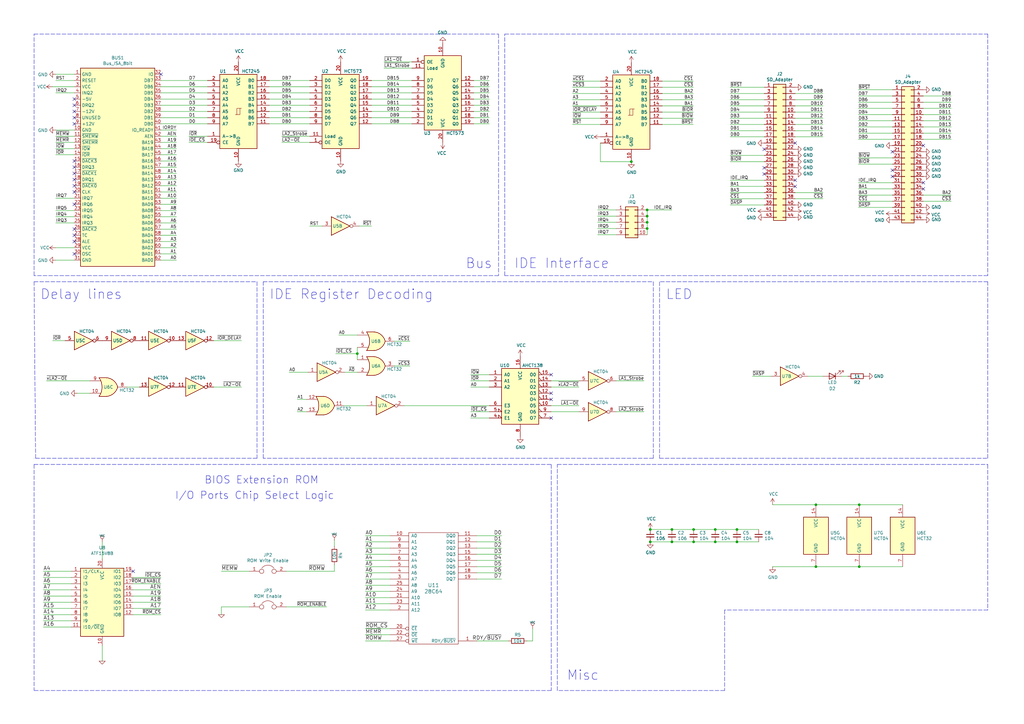
<source format=kicad_sch>
(kicad_sch (version 20211123) (generator eeschema)
  (paper "A3")
  (title_block (title "Micro XTSSD") (date "2022-01-09") (rev "1.0") (company "Aitor Gómez García (spark2k06)") (comment 3 "https://github.com/monotech/XT-IDE-Deluxe") (comment 4 "Based on Monotech PCs XT-IDE Deluxe"))
  (junction (at 284.48 222.25))
  (junction (at 265.43 86.106))
  (junction (at 352.425 232.41))
  (junction (at 275.59 217.17))
  (junction (at 302.26 222.25))
  (junction (at 265.43 88.646))
  (junction (at 146.558 145.034))
  (junction (at 334.645 232.41))
  (junction (at 265.43 93.726))
  (junction (at 293.37 217.17))
  (junction (at 302.26 217.17))
  (junction (at 265.43 91.186))
  (junction (at 266.7 222.25))
  (junction (at 275.59 222.25))
  (junction (at 258.953 66.294))
  (junction (at 352.425 207.01))
  (junction (at 284.48 217.17))
  (junction (at 266.7 217.17))
  (junction (at 293.37 222.25))
  (junction (at 334.645 207.01))
  (no_connect (at 30.48 43.18))
  (no_connect (at 226.06 153.67))
  (no_connect (at 378.714 77.47))
  (no_connect (at 30.48 68.58))
  (no_connect (at 30.48 50.8))
  (no_connect (at 30.48 48.26))
  (no_connect (at 30.48 71.12))
  (no_connect (at 366.014 72.39))
  (no_connect (at 54.61 234.315))
  (no_connect (at 378.714 74.93))
  (no_connect (at 226.06 161.29))
  (no_connect (at 226.06 171.45))
  (no_connect (at 66.04 30.48))
  (no_connect (at 30.48 78.74))
  (no_connect (at 326.136 58.674))
  (no_connect (at 313.436 61.214))
  (no_connect (at 30.48 40.64))
  (no_connect (at 30.48 66.04))
  (no_connect (at 226.06 163.83))
  (no_connect (at 366.014 69.85))
  (no_connect (at 326.136 76.454))
  (no_connect (at 378.714 59.69))
  (no_connect (at 313.436 68.834))
  (no_connect (at 313.436 71.374))
  (no_connect (at 30.48 73.66))
  (no_connect (at 30.48 99.06))
  (no_connect (at 30.48 104.14))
  (no_connect (at 366.014 62.23))
  (no_connect (at 30.48 76.2))
  (no_connect (at 30.48 45.72))
  (no_connect (at 30.48 93.98))
  (no_connect (at 30.48 96.52))
  (no_connect (at 30.48 83.82))
  (no_connect (at 326.136 73.914))
  (wire (pts (xy 299.466 78.994) (xy 313.436 78.994)))
  (wire (pts (xy 29.21 236.855) (xy 17.78 236.855)))
  (wire (pts (xy 313.436 35.814) (xy 299.466 35.814)))
  (wire (pts (xy 299.466 81.534) (xy 313.436 81.534)))
  (wire (pts (xy 265.43 96.266) (xy 265.43 93.726)))
  (polyline (pts (xy 186.69 187.96) (xy 107.95 187.96)))
  (wire (pts (xy 195.58 222.25) (xy 205.74 222.25)))
  (wire (pts (xy 352.044 82.55) (xy 366.014 82.55)))
  (wire (pts (xy 326.136 78.994) (xy 337.566 78.994)))
  (wire (pts (xy 195.58 227.33) (xy 205.74 227.33)))
  (polyline (pts (xy 14.605 187.96) (xy 13.97 115.57)))
  (wire (pts (xy 99.06 158.75) (xy 87.63 158.75)))
  (wire (pts (xy 54.61 239.395) (xy 66.04 239.395)))
  (wire (pts (xy 390.144 54.61) (xy 378.714 54.61)))
  (wire (pts (xy 168.91 27.94) (xy 157.48 27.94)))
  (polyline (pts (xy 105.41 115.57) (xy 105.41 187.96)))
  (wire (pts (xy 378.714 49.53) (xy 390.144 49.53)))
  (wire (pts (xy 352.044 85.09) (xy 366.014 85.09)))
  (wire (pts (xy 200.66 168.91) (xy 193.04 168.91)))
  (wire (pts (xy 29.21 241.935) (xy 17.78 241.935)))
  (wire (pts (xy 316.865 232.41) (xy 334.645 232.41)))
  (wire (pts (xy 390.144 82.55) (xy 378.714 82.55)))
  (wire (pts (xy 331.47 154.305) (xy 337.566 154.305)))
  (wire (pts (xy 271.653 40.894) (xy 284.353 40.894)))
  (wire (pts (xy 146.558 145.034) (xy 137.668 145.034)))
  (wire (pts (xy 271.653 51.054) (xy 284.353 51.054)))
  (wire (pts (xy 160.02 222.25) (xy 149.86 222.25)))
  (wire (pts (xy 110.49 38.1) (xy 127 38.1)))
  (polyline (pts (xy 13.97 113.03) (xy 13.97 13.97)))
  (wire (pts (xy 366.014 67.31) (xy 352.044 67.31)))
  (polyline (pts (xy 107.95 187.96) (xy 107.95 115.57)))
  (wire (pts (xy 160.02 229.87) (xy 149.86 229.87)))
  (wire (pts (xy 30.48 91.44) (xy 22.86 91.44)))
  (wire (pts (xy 200.66 171.45) (xy 193.04 171.45)))
  (wire (pts (xy 245.11 96.266) (xy 252.73 96.266)))
  (wire (pts (xy 160.02 227.33) (xy 149.86 227.33)))
  (wire (pts (xy 313.436 76.454) (xy 299.466 76.454)))
  (wire (pts (xy 352.425 207.01) (xy 370.205 207.01)))
  (wire (pts (xy 160.02 262.89) (xy 149.86 262.89)))
  (wire (pts (xy 29.21 247.015) (xy 17.78 247.015)))
  (wire (pts (xy 168.91 48.26) (xy 152.4 48.26)))
  (polyline (pts (xy 13.97 115.57) (xy 105.41 115.57)))
  (wire (pts (xy 54.61 244.475) (xy 66.04 244.475)))
  (wire (pts (xy 66.04 91.44) (xy 72.39 91.44)))
  (wire (pts (xy 337.566 81.534) (xy 326.136 81.534)))
  (wire (pts (xy 160.02 257.81) (xy 149.86 257.81)))
  (wire (pts (xy 85.09 43.18) (xy 66.04 43.18)))
  (wire (pts (xy 271.653 38.354) (xy 284.353 38.354)))
  (wire (pts (xy 160.02 260.35) (xy 149.86 260.35)))
  (wire (pts (xy 110.49 50.8) (xy 127 50.8)))
  (wire (pts (xy 234.823 38.354) (xy 246.253 38.354)))
  (wire (pts (xy 366.014 77.47) (xy 352.044 77.47)))
  (wire (pts (xy 194.31 33.02) (xy 200.66 33.02)))
  (wire (pts (xy 390.144 44.45) (xy 378.714 44.45)))
  (wire (pts (xy 22.86 53.34) (xy 30.48 53.34)))
  (wire (pts (xy 140.97 166.37) (xy 150.495 166.37)))
  (wire (pts (xy 345.186 154.305) (xy 347.726 154.305)))
  (wire (pts (xy 30.48 58.42) (xy 22.86 58.42)))
  (wire (pts (xy 66.04 76.2) (xy 72.39 76.2)))
  (wire (pts (xy 337.566 56.134) (xy 326.136 56.134)))
  (wire (pts (xy 110.49 35.56) (xy 127 35.56)))
  (polyline (pts (xy 405.13 115.57) (xy 270.51 115.57)))
  (wire (pts (xy 271.653 45.974) (xy 284.353 45.974)))
  (wire (pts (xy 66.04 50.8) (xy 85.09 50.8)))
  (wire (pts (xy 337.566 43.434) (xy 326.136 43.434)))
  (wire (pts (xy 218.44 262.89) (xy 218.44 257.81)))
  (wire (pts (xy 127 58.42) (xy 115.57 58.42)))
  (wire (pts (xy 66.04 63.5) (xy 72.39 63.5)))
  (wire (pts (xy 226.06 168.91) (xy 237.49 168.91)))
  (wire (pts (xy 30.48 88.9) (xy 22.86 88.9)))
  (wire (pts (xy 284.353 33.274) (xy 271.653 33.274)))
  (wire (pts (xy 30.48 86.36) (xy 22.86 86.36)))
  (wire (pts (xy 125.73 168.91) (xy 121.92 168.91)))
  (wire (pts (xy 265.43 91.186) (xy 265.43 88.646)))
  (polyline (pts (xy 297.18 283.21) (xy 228.6 283.21)))
  (wire (pts (xy 168.91 43.18) (xy 152.4 43.18)))
  (polyline (pts (xy 267.97 115.57) (xy 267.97 187.96)))
  (wire (pts (xy 160.02 224.79) (xy 149.86 224.79)))
  (wire (pts (xy 390.144 52.07) (xy 378.714 52.07)))
  (wire (pts (xy 284.48 217.17) (xy 293.37 217.17)))
  (wire (pts (xy 146.558 147.574) (xy 146.558 145.034)))
  (wire (pts (xy 66.04 68.58) (xy 72.39 68.58)))
  (wire (pts (xy 168.91 25.4) (xy 157.48 25.4)))
  (wire (pts (xy 378.714 39.37) (xy 390.144 39.37)))
  (wire (pts (xy 302.26 217.17) (xy 311.15 217.17)))
  (wire (pts (xy 334.645 232.41) (xy 352.425 232.41)))
  (wire (pts (xy 271.653 48.514) (xy 284.353 48.514)))
  (wire (pts (xy 117.475 248.92) (xy 133.985 248.92)))
  (wire (pts (xy 30.48 30.48) (xy 22.86 30.48)))
  (wire (pts (xy 165.735 166.37) (xy 200.66 166.37)))
  (wire (pts (xy 352.425 232.41) (xy 370.205 232.41)))
  (wire (pts (xy 66.04 101.6) (xy 72.39 101.6)))
  (wire (pts (xy 161.798 150.114) (xy 168.148 150.114)))
  (wire (pts (xy 161.798 139.954) (xy 168.148 139.954)))
  (wire (pts (xy 299.466 45.974) (xy 313.436 45.974)))
  (polyline (pts (xy 270.51 187.96) (xy 405.13 187.96)))
  (wire (pts (xy 200.66 45.72) (xy 194.31 45.72)))
  (wire (pts (xy 137.16 221.615) (xy 137.16 224.028)))
  (wire (pts (xy 87.63 139.7) (xy 99.06 139.7)))
  (wire (pts (xy 66.04 40.64) (xy 85.09 40.64)))
  (wire (pts (xy 41.91 264.795) (xy 41.91 271.145)))
  (wire (pts (xy 337.566 40.894) (xy 326.136 40.894)))
  (wire (pts (xy 234.823 40.894) (xy 246.253 40.894)))
  (wire (pts (xy 152.4 92.71) (xy 147.32 92.71)))
  (wire (pts (xy 29.21 249.555) (xy 17.78 249.555)))
  (wire (pts (xy 19.05 156.21) (xy 36.83 156.21)))
  (wire (pts (xy 200.66 35.56) (xy 194.31 35.56)))
  (wire (pts (xy 66.04 83.82) (xy 72.39 83.82)))
  (wire (pts (xy 245.11 93.726) (xy 252.73 93.726)))
  (wire (pts (xy 195.58 219.71) (xy 205.74 219.71)))
  (wire (pts (xy 30.48 81.28) (xy 22.86 81.28)))
  (wire (pts (xy 66.04 106.68) (xy 72.39 106.68)))
  (wire (pts (xy 31.75 161.29) (xy 36.83 161.29)))
  (wire (pts (xy 160.02 247.65) (xy 149.86 247.65)))
  (wire (pts (xy 168.91 38.1) (xy 152.4 38.1)))
  (wire (pts (xy 29.21 239.395) (xy 17.78 239.395)))
  (wire (pts (xy 52.07 158.75) (xy 57.15 158.75)))
  (wire (pts (xy 390.144 46.99) (xy 378.714 46.99)))
  (wire (pts (xy 66.04 55.88) (xy 72.39 55.88)))
  (wire (pts (xy 152.4 40.64) (xy 168.91 40.64)))
  (wire (pts (xy 313.436 63.754) (xy 299.466 63.754)))
  (polyline (pts (xy 270.51 115.57) (xy 270.51 187.96)))
  (wire (pts (xy 30.48 63.5) (xy 22.86 63.5)))
  (polyline (pts (xy 228.6 283.21) (xy 228.6 190.5)))
  (wire (pts (xy 246.253 66.294) (xy 246.253 58.674)))
  (polyline (pts (xy 13.97 13.97) (xy 204.47 13.97)))
  (wire (pts (xy 66.04 38.1) (xy 85.09 38.1)))
  (wire (pts (xy 195.58 229.87) (xy 205.74 229.87)))
  (wire (pts (xy 146.558 142.494) (xy 146.558 145.034)))
  (wire (pts (xy 127 92.71) (xy 132.08 92.71)))
  (wire (pts (xy 313.436 73.914) (xy 299.466 73.914)))
  (wire (pts (xy 390.144 57.15) (xy 378.714 57.15)))
  (wire (pts (xy 246.253 43.434) (xy 234.823 43.434)))
  (wire (pts (xy 152.4 50.8) (xy 168.91 50.8)))
  (wire (pts (xy 366.014 49.53) (xy 352.044 49.53)))
  (wire (pts (xy 302.26 222.25) (xy 311.15 222.25)))
  (polyline (pts (xy 13.97 190.5) (xy 13.97 283.21)))
  (wire (pts (xy 245.11 88.646) (xy 252.73 88.646)))
  (wire (pts (xy 352.044 52.07) (xy 366.014 52.07)))
  (wire (pts (xy 337.566 45.974) (xy 326.136 45.974)))
  (wire (pts (xy 352.044 46.99) (xy 366.014 46.99)))
  (wire (pts (xy 168.91 33.02) (xy 152.4 33.02)))
  (wire (pts (xy 337.566 53.594) (xy 326.136 53.594)))
  (polyline (pts (xy 13.97 190.5) (xy 226.06 190.5)))
  (wire (pts (xy 54.61 241.935) (xy 66.04 241.935)))
  (wire (pts (xy 245.11 91.186) (xy 252.73 91.186)))
  (wire (pts (xy 299.466 40.894) (xy 313.436 40.894)))
  (wire (pts (xy 366.014 39.37) (xy 352.044 39.37)))
  (wire (pts (xy 313.436 48.514) (xy 299.466 48.514)))
  (wire (pts (xy 54.61 236.855) (xy 66.04 236.855)))
  (polyline (pts (xy 405.13 187.96) (xy 405.13 115.57)))
  (wire (pts (xy 252.73 86.106) (xy 245.11 86.106)))
  (wire (pts (xy 200.66 48.26) (xy 194.31 48.26)))
  (wire (pts (xy 29.21 254.635) (xy 17.78 254.635)))
  (wire (pts (xy 252.73 168.91) (xy 264.16 168.91)))
  (wire (pts (xy 326.136 48.514) (xy 337.566 48.514)))
  (wire (pts (xy 110.49 45.72) (xy 127 45.72)))
  (wire (pts (xy 265.43 93.726) (xy 265.43 91.186)))
  (wire (pts (xy 127 33.02) (xy 110.49 33.02)))
  (wire (pts (xy 160.02 242.57) (xy 149.86 242.57)))
  (wire (pts (xy 293.37 217.17) (xy 302.26 217.17)))
  (wire (pts (xy 66.04 73.66) (xy 72.39 73.66)))
  (wire (pts (xy 66.04 58.42) (xy 72.39 58.42)))
  (wire (pts (xy 378.714 80.01) (xy 390.144 80.01)))
  (wire (pts (xy 66.04 93.98) (xy 72.39 93.98)))
  (wire (pts (xy 258.953 66.294) (xy 246.253 66.294)))
  (wire (pts (xy 275.59 222.25) (xy 266.7 222.25)))
  (wire (pts (xy 21.59 139.7) (xy 26.67 139.7)))
  (wire (pts (xy 66.04 53.34) (xy 72.39 53.34)))
  (polyline (pts (xy 405.13 113.03) (xy 207.01 113.03)))
  (wire (pts (xy 246.253 33.274) (xy 234.823 33.274)))
  (wire (pts (xy 252.73 156.21) (xy 264.16 156.21)))
  (wire (pts (xy 30.48 55.88) (xy 22.86 55.88)))
  (polyline (pts (xy 204.47 13.97) (xy 204.47 113.03)))
  (wire (pts (xy 146.558 137.414) (xy 138.938 137.414)))
  (wire (pts (xy 366.014 74.93) (xy 352.044 74.93)))
  (wire (pts (xy 66.04 86.36) (xy 72.39 86.36)))
  (wire (pts (xy 160.02 232.41) (xy 149.86 232.41)))
  (polyline (pts (xy 207.01 13.97) (xy 405.13 13.97)))
  (wire (pts (xy 299.466 53.594) (xy 313.436 53.594)))
  (wire (pts (xy 66.04 60.96) (xy 72.39 60.96)))
  (wire (pts (xy 29.21 257.175) (xy 17.78 257.175)))
  (wire (pts (xy 30.48 60.96) (xy 22.86 60.96)))
  (wire (pts (xy 160.02 250.19) (xy 149.86 250.19)))
  (wire (pts (xy 66.04 99.06) (xy 72.39 99.06)))
  (wire (pts (xy 66.04 81.28) (xy 72.39 81.28)))
  (polyline (pts (xy 228.6 190.5) (xy 405.13 190.5)))
  (wire (pts (xy 66.04 71.12) (xy 72.39 71.12)))
  (wire (pts (xy 237.49 156.21) (xy 226.06 156.21)))
  (wire (pts (xy 85.09 55.88) (xy 77.47 55.88)))
  (wire (pts (xy 102.235 234.315) (xy 90.805 234.315)))
  (wire (pts (xy 66.04 78.74) (xy 72.39 78.74)))
  (wire (pts (xy 168.91 35.56) (xy 152.4 35.56)))
  (wire (pts (xy 284.48 222.25) (xy 293.37 222.25)))
  (wire (pts (xy 160.02 219.71) (xy 149.86 219.71)))
  (wire (pts (xy 234.823 48.514) (xy 246.253 48.514)))
  (wire (pts (xy 117.475 234.315) (xy 137.16 234.315)))
  (wire (pts (xy 160.02 240.03) (xy 149.86 240.03)))
  (wire (pts (xy 337.566 51.054) (xy 326.136 51.054)))
  (wire (pts (xy 30.48 106.68) (xy 22.86 106.68)))
  (wire (pts (xy 366.014 64.77) (xy 352.044 64.77)))
  (wire (pts (xy 21.59 35.56) (xy 30.48 35.56)))
  (wire (pts (xy 90.805 252.095) (xy 90.805 248.92)))
  (wire (pts (xy 200.66 40.64) (xy 194.31 40.64)))
  (wire (pts (xy 66.04 88.9) (xy 72.39 88.9)))
  (wire (pts (xy 226.06 166.37) (xy 237.49 166.37)))
  (wire (pts (xy 66.04 96.52) (xy 72.39 96.52)))
  (wire (pts (xy 125.73 163.83) (xy 121.92 163.83)))
  (wire (pts (xy 352.044 57.15) (xy 366.014 57.15)))
  (wire (pts (xy 284.353 43.434) (xy 271.653 43.434)))
  (wire (pts (xy 234.823 51.054) (xy 246.253 51.054)))
  (wire (pts (xy 54.61 249.555) (xy 66.04 249.555)))
  (wire (pts (xy 54.61 247.015) (xy 66.04 247.015)))
  (wire (pts (xy 195.58 262.89) (xy 208.534 262.89)))
  (wire (pts (xy 299.466 56.134) (xy 313.436 56.134)))
  (wire (pts (xy 127 43.18) (xy 110.49 43.18)))
  (wire (pts (xy 66.04 35.56) (xy 85.09 35.56)))
  (polyline (pts (xy 405.13 250.19) (xy 297.18 250.19)))
  (wire (pts (xy 85.09 58.42) (xy 77.47 58.42)))
  (wire (pts (xy 390.144 41.91) (xy 378.714 41.91)))
  (wire (pts (xy 160.02 245.11) (xy 149.86 245.11)))
  (wire (pts (xy 352.044 54.61) (xy 366.014 54.61)))
  (wire (pts (xy 160.02 234.95) (xy 149.86 234.95)))
  (wire (pts (xy 200.66 156.21) (xy 193.04 156.21)))
  (wire (pts (xy 66.04 48.26) (xy 85.09 48.26)))
  (wire (pts (xy 110.49 48.26) (xy 127 48.26)))
  (wire (pts (xy 102.235 248.92) (xy 90.805 248.92)))
  (wire (pts (xy 313.436 66.294) (xy 299.466 66.294)))
  (wire (pts (xy 66.04 104.14) (xy 72.39 104.14)))
  (wire (pts (xy 118.618 152.654) (xy 126.238 152.654)))
  (wire (pts (xy 195.58 234.95) (xy 205.74 234.95)))
  (wire (pts (xy 29.21 244.475) (xy 17.78 244.475)))
  (wire (pts (xy 22.86 101.6) (xy 30.48 101.6)))
  (wire (pts (xy 275.59 217.17) (xy 284.48 217.17)))
  (wire (pts (xy 195.58 237.49) (xy 205.74 237.49)))
  (wire (pts (xy 316.865 207.01) (xy 334.645 207.01)))
  (wire (pts (xy 265.43 86.106) (xy 275.59 86.106)))
  (wire (pts (xy 160.02 237.49) (xy 149.86 237.49)))
  (wire (pts (xy 66.04 66.04) (xy 72.39 66.04)))
  (wire (pts (xy 352.044 41.91) (xy 366.014 41.91)))
  (wire (pts (xy 54.61 252.095) (xy 66.04 252.095)))
  (polyline (pts (xy 207.01 113.03) (xy 207.01 13.97)))
  (wire (pts (xy 41.91 229.235) (xy 41.91 222.25)))
  (wire (pts (xy 226.06 158.75) (xy 237.49 158.75)))
  (wire (pts (xy 30.48 38.1) (xy 22.86 38.1)))
  (wire (pts (xy 127 55.88) (xy 115.57 55.88)))
  (wire (pts (xy 168.91 45.72) (xy 152.4 45.72)))
  (wire (pts (xy 29.21 252.095) (xy 17.78 252.095)))
  (wire (pts (xy 334.645 207.01) (xy 352.425 207.01)))
  (wire (pts (xy 200.66 38.1) (xy 194.31 38.1)))
  (wire (pts (xy 293.37 222.25) (xy 302.26 222.25)))
  (polyline (pts (xy 267.97 187.96) (xy 186.69 187.96)))
  (wire (pts (xy 366.014 36.83) (xy 352.044 36.83)))
  (polyline (pts (xy 105.41 187.96) (xy 13.97 187.96)))
  (wire (pts (xy 265.43 88.646) (xy 265.43 86.106)))
  (wire (pts (xy 141.478 152.654) (xy 146.558 152.654)))
  (polyline (pts (xy 204.47 113.03) (xy 13.97 113.03)))
  (wire (pts (xy 195.58 232.41) (xy 205.74 232.41)))
  (wire (pts (xy 200.66 153.67) (xy 193.04 153.67)))
  (wire (pts (xy 110.49 40.64) (xy 127 40.64)))
  (wire (pts (xy 200.66 158.75) (xy 193.04 158.75)))
  (wire (pts (xy 299.466 84.074) (xy 313.436 84.074)))
  (wire (pts (xy 194.31 43.18) (xy 200.66 43.18)))
  (wire (pts (xy 137.16 231.648) (xy 137.16 234.315)))
  (wire (pts (xy 66.04 45.72) (xy 85.09 45.72)))
  (wire (pts (xy 326.136 38.354) (xy 337.566 38.354)))
  (wire (pts (xy 271.653 35.814) (xy 284.353 35.814)))
  (wire (pts (xy 275.59 222.25) (xy 284.48 222.25)))
  (polyline (pts (xy 405.13 190.5) (xy 405.13 250.19)))
  (wire (pts (xy 234.823 35.814) (xy 246.253 35.814)))
  (wire (pts (xy 85.09 33.02) (xy 66.04 33.02)))
  (wire (pts (xy 195.58 224.79) (xy 205.74 224.79)))
  (wire (pts (xy 352.044 80.01) (xy 366.014 80.01)))
  (wire (pts (xy 29.21 234.315) (xy 17.78 234.315)))
  (wire (pts (xy 299.466 43.434) (xy 313.436 43.434)))
  (wire (pts (xy 200.66 50.8) (xy 194.31 50.8)))
  (wire (pts (xy 266.7 217.17) (xy 275.59 217.17)))
  (polyline (pts (xy 107.95 115.57) (xy 267.97 115.57)))
  (polyline (pts (xy 297.18 250.19) (xy 297.18 283.21)))
  (polyline (pts (xy 405.13 13.97) (xy 405.13 113.03)))
  (wire (pts (xy 216.154 262.89) (xy 218.44 262.89)))
  (wire (pts (xy 30.48 33.02) (xy 22.86 33.02)))
  (polyline (pts (xy 226.06 190.5) (xy 226.06 283.21)))
  (wire (pts (xy 313.436 38.354) (xy 299.466 38.354)))
  (polyline (pts (xy 226.06 283.21) (xy 13.97 283.21)))
  (wire (pts (xy 308.61 154.305) (xy 316.23 154.305)))
  (wire (pts (xy 352.044 44.45) (xy 366.014 44.45)))
  (wire (pts (xy 234.823 45.974) (xy 246.253 45.974)))
  (wire (pts (xy 299.466 51.054) (xy 313.436 51.054)))
  (text "Delay lines" (at 16.51 123.19 0) (effects (font (size 3.9878 3.9878)) (justify left bottom)))
  (text "IDE Interface" (at 210.82 110.49 0) (effects (font (size 3.9878 3.9878)) (justify left bottom)))
  (text "BIOS Extension ROM" (at 83.82 198.755 0) (effects (font (size 3.048 3.048)) (justify left bottom)))
  (text "LED" (at 273.05 123.19 0) (effects (font (size 3.9878 3.9878)) (justify left bottom)))
  (text "IDE Register Decoding" (at 110.49 123.19 0) (effects (font (size 3.9878 3.9878)) (justify left bottom)))
  (text "I/O Ports Chip Select Logic" (at 71.755 205.105 0) (effects (font (size 3.048 3.048)) (justify left bottom)))
  (text "Misc" (at 232.41 279.4 0) (effects (font (size 3.9878 3.9878)) (justify left bottom)))
  (text "Bus" (at 201.93 110.49 180) (effects (font (size 3.9878 3.9878)) (justify right bottom)))
  (label "A11" (at 72.39 78.74 180))
  (label "~{IDE_CS}" (at 137.668 145.034 0))
  (label "D6" (at 77.47 35.56 0))
  (label "~{BIOW}" (at 299.466 63.754 0))
  (label "BA1" (at 352.044 77.47 0))
  (label "~{CS3}" (at 284.353 35.814 180))
  (label "AEN" (at 72.39 55.88 180))
  (label "DB6" (at 200.66 35.56 180))
  (label "DB4" (at 299.466 45.974 0))
  (label "BA3" (at 284.353 40.894 180))
  (label "DB12" (at 390.144 49.53 180))
  (label "A10" (at 149.86 245.11 0) (effects (font (size 1.524 1.524))))
  (label "A1" (at 121.92 163.83 0))
  (label "DB3" (at 115.57 43.18 0))
  (label "DB2" (at 299.466 51.054 0))
  (label "IRQ5" (at 245.11 93.726 0))
  (label "A14" (at 17.78 252.095 0) (effects (font (size 1.524 1.524))))
  (label "~{BIOR}" (at 299.466 66.294 0))
  (label "DB10" (at 337.566 43.434 180))
  (label "~{xCS1}" (at 168.148 139.954 180))
  (label "A5" (at 149.86 232.41 0) (effects (font (size 1.524 1.524))))
  (label "DB10" (at 163.83 45.72 180))
  (label "DB0" (at 200.66 50.8 180))
  (label "~{ROM_ENABLE}" (at 66.04 239.395 180))
  (label "RST" (at 22.86 33.02 0))
  (label "DB15" (at 163.83 33.02 180))
  (label "A2" (at 121.92 168.91 0))
  (label "A19" (at 72.39 58.42 180))
  (label "~{xCS3}" (at 168.148 150.114 180))
  (label "~{IDE_CS}" (at 77.47 58.42 0))
  (label "A15" (at 17.78 249.555 0) (effects (font (size 1.524 1.524))))
  (label "A15" (at 72.39 68.58 180))
  (label "IDE_IRQ" (at 299.466 73.914 0))
  (label "~{LA2_Strobe}" (at 264.16 168.91 180))
  (label "DB1" (at 299.466 53.594 0))
  (label "A17" (at 66.04 249.555 180) (effects (font (size 1.524 1.524))))
  (label "IRQ2" (at 22.86 38.1 0))
  (label "~{ROMW}" (at 133.35 234.315 180) (effects (font (size 1.524 1.524))))
  (label "IDE_IRQ" (at 352.044 74.93 0))
  (label "A13" (at 72.39 73.66 180))
  (label "~{DASP}" (at 299.466 84.074 0))
  (label "~{LA2-OE}" (at 115.57 58.42 0))
  (label "A14" (at 72.39 71.12 180))
  (label "A8" (at 17.78 244.475 0) (effects (font (size 1.524 1.524))))
  (label "DB7" (at 299.466 38.354 0))
  (label "~{LA1-OE}" (at 237.49 166.37 180))
  (label "~{xCS1}" (at 234.823 33.274 0))
  (label "DB15" (at 390.144 57.15 180))
  (label "IRQ7" (at 245.11 96.266 0))
  (label "A1" (at 72.39 104.14 180))
  (label "DB13" (at 163.83 38.1 180))
  (label "A3" (at 193.04 171.45 0))
  (label "D5" (at 77.47 38.1 0))
  (label "DB3" (at 299.466 48.514 0))
  (label "~{IOR}" (at 77.47 55.88 0))
  (label "~{ROM_CS}" (at 66.04 252.095 180))
  (label "D7" (at 205.74 237.49 180) (effects (font (size 1.524 1.524))))
  (label "DB5" (at 200.66 38.1 180))
  (label "A13" (at 17.78 254.635 0) (effects (font (size 1.524 1.524))))
  (label "A16" (at 72.39 66.04 180))
  (label "D7" (at 77.47 33.02 0))
  (label "IRQ2" (at 245.11 86.106 0))
  (label "~{IOR}" (at 21.59 139.7 0))
  (label "~{IOW}" (at 22.86 60.96 0))
  (label "DB6" (at 299.466 40.894 0))
  (label "DB5" (at 115.57 38.1 0))
  (label "~{MEMR}" (at 149.86 260.35 0) (effects (font (size 1.524 1.524))))
  (label "BA2" (at 284.353 38.354 180))
  (label "~{MEMW}" (at 90.805 234.315 0) (effects (font (size 1.524 1.524))))
  (label "D1" (at 77.47 48.26 0))
  (label "DB9" (at 163.83 48.26 180))
  (label "DB1" (at 352.044 54.61 0))
  (label "DB9" (at 390.144 41.91 180))
  (label "DB14" (at 337.566 53.594 180))
  (label "D1" (at 205.74 222.25 180) (effects (font (size 1.524 1.524))))
  (label "~{LA1_Strobe}" (at 264.16 156.21 180))
  (label "A9" (at 72.39 83.82 180))
  (label "A4" (at 149.86 229.87 0) (effects (font (size 1.524 1.524))))
  (label "DB0" (at 115.57 50.8 0))
  (label "A3" (at 234.823 40.894 0))
  (label "DB14" (at 390.144 54.61 180))
  (label "DB2" (at 115.57 45.72 0))
  (label "~{LA1_Strobe}" (at 157.48 27.94 0))
  (label "D4" (at 205.74 229.87 180) (effects (font (size 1.524 1.524))))
  (label "DB3" (at 352.044 49.53 0))
  (label "RDY/~{BUSY}" (at 205.74 262.89 180) (effects (font (size 1.524 1.524))))
  (label "~{DASP}" (at 308.61 154.305 0))
  (label "DB15" (at 337.566 56.134 180))
  (label "DB13" (at 337.566 51.054 180))
  (label "A7" (at 17.78 241.935 0) (effects (font (size 1.524 1.524))))
  (label "~{MEMR}" (at 22.86 58.42 0))
  (label "DB11" (at 390.144 46.99 180))
  (label "IORDY" (at 72.39 53.34 180))
  (label "~{xLA2-OE}" (at 237.49 158.75 180))
  (label "D3" (at 77.47 43.18 0))
  (label "DB12" (at 337.566 48.514 180))
  (label "D4" (at 77.47 40.64 0))
  (label "A0" (at 193.04 158.75 0))
  (label "A10" (at 72.39 81.28 180))
  (label "~{ROM_ENABLE}" (at 133.985 248.92 180))
  (label "~{ROM_CS}" (at 149.86 257.81 0) (effects (font (size 1.524 1.524))))
  (label "DB7" (at 352.044 39.37 0))
  (label "~{xCS3}" (at 234.823 35.814 0))
  (label "DB2" (at 352.044 52.07 0))
  (label "A5" (at 72.39 93.98 180))
  (label "A3" (at 72.39 99.06 180))
  (label "D5" (at 205.74 232.41 180) (effects (font (size 1.524 1.524))))
  (label "~{CS3}" (at 390.144 82.55 180))
  (label "D2" (at 77.47 45.72 0))
  (label "A7" (at 149.86 237.49 0) (effects (font (size 1.524 1.524))))
  (label "IRQ5" (at 22.86 86.36 0))
  (label "~{IOR}" (at 193.04 156.21 0))
  (label "A1" (at 234.823 43.434 0))
  (label "DB13" (at 390.144 52.07 180))
  (label "DB12" (at 163.83 40.64 180))
  (label "A1" (at 149.86 222.25 0) (effects (font (size 1.524 1.524))))
  (label "~{BIOW}" (at 352.044 64.77 0))
  (label "A7" (at 72.39 88.9 180))
  (label "DB8" (at 337.566 38.354 180))
  (label "A0" (at 72.39 106.68 180))
  (label "BA3" (at 299.466 78.994 0))
  (label "A12" (at 72.39 76.2 180))
  (label "D3" (at 205.74 227.33 180) (effects (font (size 1.524 1.524))))
  (label "DB4" (at 352.044 46.99 0))
  (label "DB10" (at 390.144 44.45 180))
  (label "A2" (at 72.39 101.6 180))
  (label "IRQ4" (at 22.86 88.9 0))
  (label "~{IOW}" (at 193.04 153.67 0))
  (label "~{CS1}" (at 352.044 82.55 0))
  (label "DB9" (at 337.566 40.894 180))
  (label "DB4" (at 115.57 40.64 0))
  (label "IRQ3" (at 22.86 91.44 0))
  (label "~{LA1-OE}" (at 157.48 25.4 0))
  (label "A9" (at 149.86 242.57 0) (effects (font (size 1.524 1.524))))
  (label "DB8" (at 390.144 39.37 180))
  (label "~{RST}" (at 234.823 51.054 0))
  (label "A18" (at 66.04 247.015 180) (effects (font (size 1.524 1.524))))
  (label "~{A0}" (at 143.0123 152.654 0))
  (label "A17" (at 72.39 63.5 180))
  (label "D6" (at 205.74 234.95 180) (effects (font (size 1.524 1.524))))
  (label "DB1" (at 200.66 48.26 180))
  (label "D2" (at 205.74 224.79 180) (effects (font (size 1.524 1.524))))
  (label "A3" (at 149.86 227.33 0) (effects (font (size 1.524 1.524))))
  (label "DB7" (at 200.66 33.02 180))
  (label "A11" (at 149.86 247.65 0) (effects (font (size 1.524 1.524))))
  (label "AEN" (at 66.04 241.935 180) (effects (font (size 1.524 1.524))))
  (label "A0" (at 118.618 152.654 0))
  (label "DB14" (at 163.83 35.56 180))
  (label "~{IDE_CS}" (at 193.04 168.91 0))
  (label "BA3" (at 352.044 80.01 0))
  (label "IDE_IRQ" (at 275.59 86.106 180))
  (label "RST" (at 127 92.71 0))
  (label "A8" (at 72.39 86.36 180))
  (label "DB8" (at 163.83 50.8 180))
  (label "~{LA2_Strobe}" (at 115.57 55.88 0))
  (label "A8" (at 149.86 240.03 0) (effects (font (size 1.524 1.524))))
  (label "~{IOW}" (at 234.823 48.514 0))
  (label "~{CS3}" (at 337.566 81.534 180))
  (label "~{BRST}" (at 299.466 35.814 0))
  (label "~{BIOR}" (at 352.044 67.31 0))
  (label "IRQ3" (at 245.11 88.646 0))
  (label "~{IOR}" (at 22.86 63.5 0))
  (label "A4" (at 17.78 234.315 0) (effects (font (size 1.524 1.524))))
  (label "~{IOR_DELAY}" (at 99.06 139.7 180))
  (label "~{ROMW}" (at 149.86 262.89 0) (effects (font (size 1.524 1.524))))
  (label "A5" (at 17.78 236.855 0) (effects (font (size 1.524 1.524))))
  (label "A6" (at 17.78 239.395 0) (effects (font (size 1.524 1.524))))
  (label "DB4" (at 200.66 40.64 180))
  (label "~{BIOW}" (at 284.353 48.514 180))
  (label "~{CS1}" (at 299.466 81.534 0))
  (label "DB5" (at 299.466 43.434 0))
  (label "A4" (at 72.39 96.52 180))
  (label "~{MEMW}" (at 22.86 55.88 0))
  (label "~{IDE_CS}" (at 66.04 236.855 180))
  (label "D0" (at 205.74 219.71 180) (effects (font (size 1.524 1.524))))
  (label "DB0" (at 352.044 57.15 0))
  (label "~{CS1}" (at 284.353 33.274 180))
  (label "A18" (at 72.39 60.96 180))
  (label "~{BRST}" (at 284.353 51.054 180))
  (label "DB2" (at 200.66 45.72 180))
  (label "A0" (at 138.938 137.414 0))
  (label "~{BIOR}" (at 284.353 45.974 180))
  (label "DB11" (at 337.566 45.974 180))
  (label "A12" (at 149.86 250.19 0) (effects (font (size 1.524 1.524))))
  (label "~{BRST}" (at 352.044 36.83 0))
  (label "BA2" (at 337.566 78.994 180))
  (label "A2" (at 149.86 224.79 0) (effects (font (size 1.524 1.524))))
  (label "A6" (at 149.86 234.95 0) (effects (font (size 1.524 1.524))))
  (label "IRQ4" (at 245.11 91.186 0))
  (label "BA2" (at 390.144 80.01 180))
  (label "A6" (at 72.39 91.44 180))
  (label "A19" (at 66.04 244.475 180) (effects (font (size 1.524 1.524))))
  (label "~{LA2-OE}" (at 99.06 158.75 180))
  (label "~{RST}" (at 152.4 92.71 180))
  (label "IRQ7" (at 22.86 81.28 0))
  (label "A16" (at 17.78 257.175 0) (effects (font (size 1.524 1.524))))
  (label "~{IOR_DELAY}" (at 234.823 45.974 0))
  (label "A2" (at 234.823 38.354 0))
  (label "BA1" (at 299.466 76.454 0))
  (label "DB1" (at 115.57 48.26 0))
  (label "DB6" (at 352.044 41.91 0))
  (label "A0" (at 149.86 219.71 0) (effects (font (size 1.524 1.524))))
  (label "~{xLA2-OE}" (at 19.05 156.21 0))
  (label "DB3" (at 200.66 43.18 180))
  (label "DB7" (at 115.57 33.02 0))
  (label "D0" (at 77.47 50.8 0))
  (label "DB5" (at 352.044 44.45 0))
  (label "~{DASP}" (at 352.044 85.09 0))
  (label "A9" (at 17.78 247.015 0) (effects (font (size 1.524 1.524))))
  (label "DB6" (at 115.57 35.56 0))
  (label "DB0" (at 299.466 56.134 0))
  (label "DB11" (at 163.83 43.18 180))
  (label "BA1" (at 284.353 43.434 180))
  (symbol (lib_id "XT-IDE-Deluxe-rescue:Bus_ISA_8bit-Connector") (at 48.26 68.58 0) (unit 1)
    (property "Reference" "BUS1" (at 48.26 23.6982 0))
    (property "Value" "Bus_ISA_8bit" (at 48.26 26.0096 0))
    (property "Footprint" "Custom:ISA-8BIT-XT-IDE" (effects hide))
    (property "Datasheet" "https://en.wikipedia.org/wiki/Industry_Standard_Architecture" (effects hide))
  )
  (symbol (lib_id "74xx:74LS245") (at 97.79 45.72 0) (unit 1)
    (property "Reference" "U1" (at 91.44 29.21 0))
    (property "Value" "HCT245" (at 102.87 29.21 0))
    (property "Footprint" "Package_SO:TSSOP-20_4.4x6.5mm_P0.65mm" (effects hide))
    (property "Datasheet" "http://www.ti.com/lit/gpn/sn74LS245" (effects hide))
  )
  (symbol (lib_id "74xx:74LS245") (at 258.953 45.974 0) (unit 1)
    (property "Reference" "U4" (at 252.603 29.464 0))
    (property "Value" "HCT245" (at 264.033 29.464 0))
    (property "Footprint" "Package_SO:TSSOP-20_4.4x6.5mm_P0.65mm" (effects hide))
    (property "Datasheet" "http://www.ti.com/lit/gpn/sn74LS245" (effects hide))
  )
  (symbol (lib_id "74xx:74LS573") (at 139.7 45.72 0) (unit 1)
    (property "Reference" "U2" (at 133.35 29.21 0))
    (property "Value" "HCT573" (at 144.78 29.21 0))
    (property "Footprint" "Package_SO:SO-20_5.3x12.6mm_P1.27mm" (effects hide))
    (property "Datasheet" "74xx/74hc573.pdf" (effects hide))
  )
  (symbol (lib_id "74xx:74LS573") (at 181.61 38.1 0) (mirror x) (unit 1)
    (property "Reference" "U3" (at 175.26 54.61 0))
    (property "Value" "HCT573" (at 186.69 54.61 0))
    (property "Footprint" "Package_SO:SO-20_5.3x12.6mm_P1.27mm" (effects hide))
    (property "Datasheet" "74xx/74hc573.pdf" (effects hide))
  )
  (symbol (lib_id "74xx:74LS138") (at 213.36 161.29 0) (unit 1)
    (property "Reference" "U10" (at 207.01 149.86 0))
    (property "Value" "AHCT138" (at 218.44 149.86 0))
    (property "Footprint" "Package_SO:SOIC-16_3.9x9.9mm_P1.27mm" (effects hide))
    (property "Datasheet" "http://www.ti.com/lit/gpn/sn74LS138" (effects hide))
  )
  (symbol (lib_id "74xx:74LS32") (at 154.178 150.114 0) (unit 1)
    (property "Reference" "U6" (at 154.178 150.114 0))
    (property "Value" "HCT32" (at 161.798 151.384 0))
    (property "Footprint" "Package_SO:SOIC-14_3.9x8.7mm_P1.27mm" (effects hide))
    (property "Datasheet" "http://www.ti.com/lit/gpn/sn74LS32" (effects hide))
  )
  (symbol (lib_id "74xx:74LS32") (at 154.178 139.954 0) (unit 2)
    (property "Reference" "U6" (at 154.178 139.954 0))
    (property "Value" "HCT32" (at 161.798 141.224 0))
    (property "Footprint" "Package_SO:SOIC-14_3.9x8.7mm_P1.27mm" (effects hide))
    (property "Datasheet" "http://www.ti.com/lit/gpn/sn74LS32" (effects hide))
  )
  (symbol (lib_id "74xx:74LS04") (at 133.858 152.654 0) (unit 1)
    (property "Reference" "U5" (at 132.588 152.654 0))
    (property "Value" "HCT04" (at 135.128 148.844 0))
    (property "Footprint" "Package_SO:SOIC-14_3.9x8.7mm_P1.27mm" (effects hide))
    (property "Datasheet" "http://www.ti.com/lit/gpn/sn74LS04" (effects hide))
  )
  (symbol (lib_id "74xx:74LS04") (at 139.7 92.71 0) (unit 2)
    (property "Reference" "U5" (at 138.43 92.71 0))
    (property "Value" "HCT04" (at 140.97 88.9 0))
    (property "Footprint" "Package_SO:SOIC-14_3.9x8.7mm_P1.27mm" (effects hide))
    (property "Datasheet" "http://www.ti.com/lit/gpn/sn74LS04" (effects hide))
  )
  (symbol (lib_id "74xx:74LS04") (at 245.11 156.21 0) (unit 3)
    (property "Reference" "U7" (at 243.84 156.21 0))
    (property "Value" "HCT04" (at 246.38 152.4 0))
    (property "Footprint" "Package_SO:SOIC-14_3.9x8.7mm_P1.27mm" (effects hide))
    (property "Datasheet" "http://www.ti.com/lit/gpn/sn74LS04" (effects hide))
  )
  (symbol (lib_id "74xx:74LS04") (at 245.11 168.91 0) (unit 4)
    (property "Reference" "U7" (at 243.84 168.91 0))
    (property "Value" "HCT04" (at 246.38 165.1 0))
    (property "Footprint" "Package_SO:SOIC-14_3.9x8.7mm_P1.27mm" (effects hide))
    (property "Datasheet" "http://www.ti.com/lit/gpn/sn74LS04" (effects hide))
  )
  (symbol (lib_id "74xx:74LS04") (at 80.01 158.75 0) (unit 5)
    (property "Reference" "U7" (at 78.74 158.75 0))
    (property "Value" "HCT04" (at 81.28 154.94 0))
    (property "Footprint" "Package_SO:SOIC-14_3.9x8.7mm_P1.27mm" (effects hide))
    (property "Datasheet" "http://www.ti.com/lit/gpn/sn74LS04" (effects hide))
  )
  (symbol (lib_id "74xx:74LS04") (at 64.77 158.75 0) (unit 6)
    (property "Reference" "U7" (at 63.5 158.75 0))
    (property "Value" "HCT04" (at 66.04 154.94 0))
    (property "Footprint" "Package_SO:SOIC-14_3.9x8.7mm_P1.27mm" (effects hide))
    (property "Datasheet" "http://www.ti.com/lit/gpn/sn74LS04" (effects hide))
  )
  (symbol (lib_id "74xx:74LS04") (at 334.645 219.71 0) (unit 7)
    (property "Reference" "U5" (at 340.487 218.5416 0) (effects (justify left)))
    (property "Value" "HCT04" (at 340.487 220.853 0) (effects (justify left)))
    (property "Footprint" "Package_SO:SOIC-14_3.9x8.7mm_P1.27mm" (effects hide))
    (property "Datasheet" "http://www.ti.com/lit/gpn/sn74LS04" (effects hide))
  )
  (symbol (lib_id "power:GND") (at 213.36 179.07 0) (unit 1)
    (property "Reference" "#PWR038" (effects hide))
    (property "Value" "GND" (at 213.487 183.4642 0))
  )
  (symbol (lib_id "power:GND") (at 97.79 66.04 0) (unit 1)
    (property "Reference" "#PWR020" (effects hide))
    (property "Value" "GND" (at 97.79 69.85 0))
  )
  (symbol (lib_id "power:GND") (at 139.7 66.04 0) (unit 1)
    (property "Reference" "#PWR021" (effects hide))
    (property "Value" "GND" (at 139.827 70.4342 0))
  )
  (symbol (lib_id "power:GND") (at 181.61 17.78 180) (unit 1)
    (property "Reference" "#PWR022" (effects hide))
    (property "Value" "GND" (at 181.483 13.3858 0))
  )
  (symbol (lib_id "power:VCC") (at 97.79 25.4 0) (unit 1)
    (property "Reference" "#PWR01" (effects hide))
    (property "Value" "VCC" (at 98.2218 21.0058 0))
  )
  (symbol (lib_id "power:VCC") (at 139.7 25.4 0) (unit 1)
    (property "Reference" "#PWR02" (effects hide))
    (property "Value" "VCC" (at 140.1318 21.0058 0))
  )
  (symbol (lib_id "power:VCC") (at 181.61 58.42 180) (unit 1)
    (property "Reference" "#PWR03" (effects hide))
    (property "Value" "VCC" (at 181.1782 62.8142 0))
  )
  (symbol (lib_id "power:VCC") (at 213.36 146.05 0) (unit 1)
    (property "Reference" "#PWR036" (effects hide))
    (property "Value" "VCC" (at 213.7918 141.6558 0))
  )
  (symbol (lib_id "power:GND") (at 22.86 30.48 270) (unit 1)
    (property "Reference" "#PWR05" (effects hide))
    (property "Value" "GND" (at 19.6088 30.607 90) (effects (justify right)))
  )
  (symbol (lib_id "power:GND") (at 22.86 53.34 270) (unit 1)
    (property "Reference" "#PWR010" (effects hide))
    (property "Value" "GND" (at 19.6088 53.467 90) (effects (justify right)))
  )
  (symbol (lib_id "power:GND") (at 22.86 106.68 270) (unit 1)
    (property "Reference" "#PWR033" (effects hide))
    (property "Value" "GND" (at 19.6088 106.807 90) (effects (justify right)))
  )
  (symbol (lib_id "power:VCC") (at 21.59 35.56 90) (unit 1)
    (property "Reference" "#PWR08" (effects hide))
    (property "Value" "VCC" (at 19.05 35.56 90) (effects (justify left)))
  )
  (symbol (lib_id "power:VCC") (at 22.86 101.6 90) (unit 1)
    (property "Reference" "#PWR032" (effects hide))
    (property "Value" "VCC" (at 20.32 101.6 90) (effects (justify left)))
  )
  (symbol (lib_id "Device:C_Small") (at 284.48 219.71 0) (unit 1)
    (property "Reference" "C3" (at 286.8168 218.5416 0) (effects (justify left)))
    (property "Value" "104" (at 286.8168 220.853 0) (effects (justify left)))
    (property "Footprint" "Capacitor_SMD:C_0805_2012Metric" (effects hide))
  )
  (symbol (lib_id "power:GND") (at 313.436 58.674 270) (unit 1)
    (property "Reference" "#PWR013" (effects hide))
    (property "Value" "GND" (at 310.1848 58.801 90) (effects (justify right)))
  )
  (symbol (lib_id "power:GND") (at 326.136 61.214 90) (unit 1)
    (property "Reference" "#PWR015" (effects hide))
    (property "Value" "GND" (at 329.3872 61.087 90) (effects (justify right)))
  )
  (symbol (lib_id "power:GND") (at 326.136 63.754 90) (unit 1)
    (property "Reference" "#PWR017" (effects hide))
    (property "Value" "GND" (at 329.3872 63.627 90) (effects (justify right)))
  )
  (symbol (lib_id "power:GND") (at 326.136 66.294 90) (unit 1)
    (property "Reference" "#PWR019" (effects hide))
    (property "Value" "GND" (at 329.3872 66.167 90) (effects (justify right)))
  )
  (symbol (lib_id "power:GND") (at 326.136 71.374 90) (unit 1)
    (property "Reference" "#PWR029" (effects hide))
    (property "Value" "GND" (at 329.3872 71.247 90) (effects (justify right)))
  )
  (symbol (lib_id "power:GND") (at 326.136 84.074 90) (unit 1)
    (property "Reference" "#PWR031" (effects hide))
    (property "Value" "GND" (at 329.3872 83.947 90) (effects (justify right)))
  )
  (symbol (lib_id "power:GND") (at 326.136 35.814 90) (unit 1)
    (property "Reference" "#PWR07" (effects hide))
    (property "Value" "GND" (at 329.3872 35.687 90) (effects (justify right)))
  )
  (symbol (lib_id "power:GND") (at 326.136 68.834 90) (unit 1)
    (property "Reference" "#PWR025" (effects hide))
    (property "Value" "GND" (at 329.3872 68.707 90) (effects (justify right)))
  )
  (symbol (lib_id "power:VCC") (at 258.953 25.654 0) (unit 1)
    (property "Reference" "#PWR04" (effects hide))
    (property "Value" "VCC" (at 259.3848 21.2598 0))
  )
  (symbol (lib_id "power:GND") (at 258.953 66.294 0) (unit 1)
    (property "Reference" "#PWR023" (effects hide))
    (property "Value" "GND" (at 259.08 70.6882 0))
  )
  (symbol (lib_id "power:VCC") (at 246.253 56.134 90) (unit 1)
    (property "Reference" "#PWR011" (effects hide))
    (property "Value" "VCC" (at 243.713 56.134 90) (effects (justify left)))
  )
  (symbol (lib_id "74xx:74LS04") (at 323.85 154.305 0) (unit 2)
    (property "Reference" "U7" (at 322.58 154.305 0))
    (property "Value" "HCT04" (at 325.12 150.495 0))
    (property "Footprint" "Package_SO:SOIC-14_3.9x8.7mm_P1.27mm" (effects hide))
    (property "Datasheet" "http://www.ti.com/lit/gpn/sn74LS04" (effects hide))
  )
  (symbol (lib_id "74xx:74LS04") (at 34.29 139.7 0) (unit 3)
    (property "Reference" "U5" (at 33.02 139.7 0))
    (property "Value" "HCT04" (at 35.56 135.89 0))
    (property "Footprint" "Package_SO:SOIC-14_3.9x8.7mm_P1.27mm" (effects hide))
    (property "Datasheet" "http://www.ti.com/lit/gpn/sn74LS04" (effects hide))
  )
  (symbol (lib_id "74xx:74LS04") (at 49.53 139.7 0) (unit 4)
    (property "Reference" "U5" (at 48.26 139.7 0))
    (property "Value" "HCT04" (at 50.8 135.89 0))
    (property "Footprint" "Package_SO:SOIC-14_3.9x8.7mm_P1.27mm" (effects hide))
    (property "Datasheet" "http://www.ti.com/lit/gpn/sn74LS04" (effects hide))
  )
  (symbol (lib_id "74xx:74LS04") (at 64.77 139.7 0) (unit 5)
    (property "Reference" "U5" (at 63.5 139.7 0))
    (property "Value" "HCT04" (at 66.04 135.89 0))
    (property "Footprint" "Package_SO:SOIC-14_3.9x8.7mm_P1.27mm" (effects hide))
    (property "Datasheet" "http://www.ti.com/lit/gpn/sn74LS04" (effects hide))
  )
  (symbol (lib_id "74xx:74LS04") (at 80.01 139.7 0) (unit 6)
    (property "Reference" "U5" (at 78.74 139.7 0))
    (property "Value" "HCT04" (at 81.28 135.89 0))
    (property "Footprint" "Package_SO:SOIC-14_3.9x8.7mm_P1.27mm" (effects hide))
    (property "Datasheet" "http://www.ti.com/lit/gpn/sn74LS04" (effects hide))
  )
  (symbol (lib_id "74xx:74LS04") (at 352.425 219.71 0) (unit 7)
    (property "Reference" "U7" (at 358.267 218.5416 0) (effects (justify left)))
    (property "Value" "HCT04" (at 358.267 220.853 0) (effects (justify left)))
    (property "Footprint" "Package_SO:SOIC-14_3.9x8.7mm_P1.27mm" (effects hide))
    (property "Datasheet" "http://www.ti.com/lit/gpn/sn74LS04" (effects hide))
  )
  (symbol (lib_id "Device:LED") (at 341.376 154.305 180) (unit 1)
    (property "Reference" "D2" (at 341.376 159.385 0))
    (property "Value" "LED" (at 341.376 156.845 0))
    (property "Footprint" "Connector_PinHeader_2.54mm:PinHeader_1x02_P2.54mm_Horizontal" (effects hide))
  )
  (symbol (lib_id "power:GND") (at 355.346 154.305 90) (unit 1)
    (property "Reference" "#PWR035" (effects hide))
    (property "Value" "GND" (at 360.426 154.305 90))
  )
  (symbol (lib_id "74xx:74LS32") (at 370.205 219.71 0) (unit 5)
    (property "Reference" "U6" (at 376.047 218.5416 0) (effects (justify left)))
    (property "Value" "HCT32" (at 376.047 220.853 0) (effects (justify left)))
    (property "Footprint" "Package_SO:SOIC-14_3.9x8.7mm_P1.27mm" (effects hide))
    (property "Datasheet" "http://www.ti.com/lit/gpn/sn74LS32" (effects hide))
  )
  (symbol (lib_id "power:GND") (at 316.865 232.41 0) (unit 1)
    (property "Reference" "#PWR051" (effects hide))
    (property "Value" "GND" (at 316.992 236.8042 0))
  )
  (symbol (lib_id "power:VCC") (at 316.865 207.01 0) (unit 1)
    (property "Reference" "#PWR048" (effects hide))
    (property "Value" "VCC" (at 317.2968 202.6158 0))
  )
  (symbol (lib_id "Device:C_Small") (at 266.7 219.71 0) (unit 1)
    (property "Reference" "C1" (at 269.0368 218.5416 0) (effects (justify left)))
    (property "Value" "106" (at 269.0368 220.853 0) (effects (justify left)))
    (property "Footprint" "Capacitor_SMD:C_0805_2012Metric" (effects hide))
  )
  (symbol (lib_id "Device:C_Small") (at 275.59 219.71 0) (unit 1)
    (property "Reference" "C2" (at 277.9268 218.5416 0) (effects (justify left)))
    (property "Value" "106" (at 277.9268 220.853 0) (effects (justify left)))
    (property "Footprint" "Capacitor_SMD:C_0805_2012Metric" (effects hide))
  )
  (symbol (lib_id "Device:C_Small") (at 293.37 219.71 0) (unit 1)
    (property "Reference" "C4" (at 295.7068 218.5416 0) (effects (justify left)))
    (property "Value" "104" (at 295.7068 220.853 0) (effects (justify left)))
    (property "Footprint" "Capacitor_SMD:C_0805_2012Metric" (effects hide))
  )
  (symbol (lib_id "Device:C_Small") (at 302.26 219.71 0) (unit 1)
    (property "Reference" "C5" (at 304.5968 218.5416 0) (effects (justify left)))
    (property "Value" "104" (at 304.5968 220.853 0) (effects (justify left)))
    (property "Footprint" "Capacitor_SMD:C_0805_2012Metric" (effects hide))
  )
  (symbol (lib_id "Device:C_Small") (at 311.15 219.71 0) (unit 1)
    (property "Reference" "C8" (at 313.4868 218.5416 0) (effects (justify left)))
    (property "Value" "104" (at 313.4868 220.853 0) (effects (justify left)))
    (property "Footprint" "Capacitor_SMD:C_0805_2012Metric" (effects hide))
  )
  (symbol (lib_id "power:GND") (at 266.7 222.25 0) (unit 1)
    (property "Reference" "#PWR046" (effects hide))
    (property "Value" "GND" (at 266.827 226.6442 0))
  )
  (symbol (lib_id "power:VCC") (at 266.7 217.17 0) (unit 1)
    (property "Reference" "#PWR043" (effects hide))
    (property "Value" "VCC" (at 267.1318 212.7758 0))
  )
  (symbol (lib_id "Connector_Generic:Conn_02x22_Odd_Even") (at 318.516 61.214 0) (unit 1)
    (property "Reference" "J2" (at 319.786 30.3276 0))
    (property "Value" "SD_Adapter" (at 319.786 32.639 0))
    (property "Footprint" "Connector_PinSocket_2.00mm:PinSocket_2x22_P2.00mm_Vertical" (effects hide))
  )
  (symbol (lib_id "Connector_Generic:Conn_02x05_Odd_Even") (at 257.81 91.186 0) (unit 1)
    (property "Reference" "J3" (at 259.08 80.5942 0))
    (property "Value" "IRQ" (at 259.08 82.9056 0))
    (property "Footprint" "Connector_PinHeader_2.54mm:PinHeader_2x05_P2.54mm_Vertical" (effects hide))
  )
  (symbol (lib_id "Device:R") (at 351.536 154.305 270) (unit 1)
    (property "Reference" "R2" (at 351.536 156.845 90))
    (property "Value" "1k" (at 351.536 154.305 90))
    (property "Footprint" "Resistor_SMD:R_0805_2012Metric" (effects hide))
  )
  (symbol (lib_id "Micro-XTCF-rescue:GND-xt-cf-rescue-xt-cf-mini-rescue") (at 90.805 252.095 0) (unit 1)
    (property "Reference" "#PWR0105" (effects hide))
    (property "Value" "GND" (effects hide))
  )
  (symbol (lib_id "power:GND") (at 366.014 59.69 270) (unit 1)
    (property "Reference" "#PWR0111" (effects hide))
    (property "Value" "GND" (at 362.7628 59.817 90) (effects (justify right)))
  )
  (symbol (lib_id "XT-IDE-Deluxe-rescue:Jumper-Device") (at 109.855 234.315 0) (unit 1)
    (property "Reference" "JP2" (at 109.855 227.6094 0))
    (property "Value" "ROM Write Enable" (at 109.855 229.9208 0))
    (property "Footprint" "Connector_PinHeader_2.54mm:PinHeader_1x02_P2.54mm_Vertical" (effects hide))
  )
  (symbol (lib_id "power:GND") (at 378.714 72.39 90) (unit 1)
    (property "Reference" "#PWR0116" (effects hide))
    (property "Value" "GND" (at 381.9652 72.263 90) (effects (justify right)))
  )
  (symbol (lib_id "power:GND") (at 378.714 64.77 90) (unit 1)
    (property "Reference" "#PWR0121" (effects hide))
    (property "Value" "GND" (at 381.9652 64.643 90) (effects (justify right)))
  )
  (symbol (lib_id "Connector_Generic:Conn_02x22_Odd_Even") (at 371.094 62.23 0) (unit 1)
    (property "Reference" "J4" (at 372.364 31.3436 0))
    (property "Value" "SD_Adapter" (at 372.364 33.655 0))
    (property "Footprint" "Connector_PinSocket_2.00mm:PinSocket_2x22_P2.00mm_Vertical" (effects hide))
  )
  (symbol (lib_id "power:GND") (at 378.714 62.23 90) (unit 1)
    (property "Reference" "#PWR0120" (effects hide))
    (property "Value" "GND" (at 381.9652 62.103 90) (effects (justify right)))
  )
  (symbol (lib_id "Micro-XTCF-rescue:VCC-power-xt-cf-mini-rescue") (at 137.16 221.615 0) (unit 1)
    (property "Reference" "#PWR0104" (effects hide))
    (property "Value" "VCC" (at 137.16 219.075 0) (effects (font (size 0.762 0.762))))
  )
  (symbol (lib_id "power:GND") (at 366.014 90.17 270) (unit 1)
    (property "Reference" "#PWR0117" (effects hide))
    (property "Value" "GND" (at 362.7628 90.297 90) (effects (justify right)))
  )
  (symbol (lib_id "power:VCC") (at 326.136 86.614 270) (unit 1)
    (property "Reference" "#PWR0108" (effects hide))
    (property "Value" "VCC" (at 329.3618 87.0712 90) (effects (justify left)))
  )
  (symbol (lib_id "power:GND") (at 378.714 69.85 90) (unit 1)
    (property "Reference" "#PWR0113" (effects hide))
    (property "Value" "GND" (at 381.9652 69.723 90) (effects (justify right)))
  )
  (symbol (lib_id "power:GND") (at 31.75 161.29 270) (unit 1)
    (property "Reference" "#PWR0106" (effects hide))
    (property "Value" "GND" (at 28.4988 161.417 90) (effects (justify right)))
  )
  (symbol (lib_id "power:VCC") (at 378.714 87.63 270) (unit 1)
    (property "Reference" "#PWR0114" (effects hide))
    (property "Value" "VCC" (at 381.9398 88.0872 90) (effects (justify left)))
  )
  (symbol (lib_id "XT-IDE-Deluxe-rescue:Jumper-Device") (at 109.855 248.92 0) (unit 1)
    (property "Reference" "JP3" (at 109.855 242.2144 0))
    (property "Value" "ROM Enable" (at 109.855 244.5258 0))
    (property "Footprint" "Connector_PinHeader_2.54mm:PinHeader_1x02_P2.54mm_Vertical" (effects hide))
  )
  (symbol (lib_id "power:GND") (at 378.714 90.17 90) (unit 1)
    (property "Reference" "#PWR0112" (effects hide))
    (property "Value" "GND" (at 381.9652 90.043 90) (effects (justify right)))
  )
  (symbol (lib_id "Micro-XTCF-rescue:VCC-power-xt-cf-mini-rescue") (at 218.44 257.81 0) (unit 1)
    (property "Reference" "#PWR0101" (effects hide))
    (property "Value" "VCC" (at 218.44 255.27 0) (effects (font (size 0.762 0.762))))
  )
  (symbol (lib_id "Micro-XTCF-rescue:GAL16V8-Logic_Programmable-xt-cf-mini-rescue") (at 41.91 247.015 0) (unit 1)
    (property "Reference" "U8" (at 41.91 224.6376 0))
    (property "Value" "ATF16V8B" (at 41.91 226.949 0))
    (property "Footprint" "Package_DIP:DIP-20_W7.62mm_Socket" (effects hide))
  )
  (symbol (lib_id "74xx:74LS04") (at 158.115 166.37 0) (unit 1)
    (property "Reference" "U7" (at 156.845 166.37 0))
    (property "Value" "HCT04" (at 159.385 162.56 0))
    (property "Footprint" "Package_SO:SOIC-14_3.9x8.7mm_P1.27mm" (effects hide))
    (property "Datasheet" "http://www.ti.com/lit/gpn/sn74LS04" (effects hide))
  )
  (symbol (lib_id "Micro-XTCF-rescue:28C64-xt-cf-rescue-xt-cf-mini-rescue") (at 177.8 241.3 0) (unit 1)
    (property "Reference" "U11" (at 177.8 240.03 0) (effects (font (size 1.524 1.524))))
    (property "Value" "28C64" (at 177.8 242.57 0) (effects (font (size 1.524 1.524))))
    (property "Footprint" "Package_DIP:DIP-28_W15.24mm_Socket" (effects hide))
  )
  (symbol (lib_id "74xx:74LS32") (at 44.45 158.75 0) (unit 3)
    (property "Reference" "U6" (at 44.45 158.75 0))
    (property "Value" "HCT32" (at 52.07 160.02 0))
    (property "Footprint" "Package_SO:SOIC-14_3.9x8.7mm_P1.27mm" (effects hide))
    (property "Datasheet" "http://www.ti.com/lit/gpn/sn74LS32" (effects hide))
  )
  (symbol (lib_id "Micro-XTCF-rescue:VCC-power-xt-cf-mini-rescue") (at 41.91 222.25 0) (unit 1)
    (property "Reference" "#PWR0102" (effects hide))
    (property "Value" "VCC" (at 41.91 219.71 0) (effects (font (size 0.762 0.762))))
  )
  (symbol (lib_id "Device:R") (at 212.344 262.89 90) (unit 1)
    (property "Reference" "R5" (at 212.344 260.35 90))
    (property "Value" "10k" (at 212.344 262.89 90))
    (property "Footprint" "Resistor_SMD:R_0805_2012Metric" (effects hide))
  )
  (symbol (lib_id "Device:R") (at 137.16 227.838 0) (unit 1)
    (property "Reference" "R4" (at 139.7 227.838 90))
    (property "Value" "10k" (at 137.16 227.838 90))
    (property "Footprint" "Resistor_SMD:R_0805_2012Metric" (effects hide))
  )
  (symbol (lib_id "power:GND") (at 313.436 89.154 270) (unit 1)
    (property "Reference" "#PWR0110" (effects hide))
    (property "Value" "GND" (at 310.1848 89.281 90) (effects (justify right)))
  )
  (symbol (lib_id "power:VCC") (at 313.436 86.614 90) (unit 1)
    (property "Reference" "#PWR0107" (effects hide))
    (property "Value" "VCC" (at 310.2102 86.1568 90) (effects (justify left)))
  )
  (symbol (lib_id "power:VCC") (at 366.014 87.63 90) (unit 1)
    (property "Reference" "#PWR0118" (effects hide))
    (property "Value" "VCC" (at 362.7882 87.1728 90) (effects (justify left)))
  )
  (symbol (lib_id "Micro-XTCF-rescue:GND-xt-cf-rescue-xt-cf-mini-rescue") (at 41.91 271.145 0) (unit 1)
    (property "Reference" "#PWR0103" (effects hide))
    (property "Value" "GND" (effects hide))
  )
  (symbol (lib_id "power:GND") (at 378.714 67.31 90) (unit 1)
    (property "Reference" "#PWR0119" (effects hide))
    (property "Value" "GND" (at 381.9652 67.183 90) (effects (justify right)))
  )
  (symbol (lib_id "power:GND") (at 326.136 89.154 90) (unit 1)
    (property "Reference" "#PWR0109" (effects hide))
    (property "Value" "GND" (at 329.3872 89.027 90) (effects (justify right)))
  )
  (symbol (lib_id "power:GND") (at 378.714 36.83 90) (unit 1)
    (property "Reference" "#PWR0122" (effects hide))
    (property "Value" "GND" (at 381.9652 36.703 90) (effects (justify right)))
  )
  (symbol (lib_id "74xx:74LS32") (at 133.35 166.37 0) (unit 4)
    (property "Reference" "U6" (at 133.35 166.37 0))
    (property "Value" "HCT32" (at 140.97 167.64 0))
    (property "Footprint" "Package_SO:SOIC-14_3.9x8.7mm_P1.27mm" (effects hide))
    (property "Datasheet" "http://www.ti.com/lit/gpn/sn74LS32" (effects hide))
  )
  (symbol (lib_id "power:GND") (at 378.714 85.09 90) (unit 1)
    (property "Reference" "#PWR0115" (effects hide))
    (property "Value" "GND" (at 381.9652 84.963 90) (effects (justify right)))
  )
)
</source>
